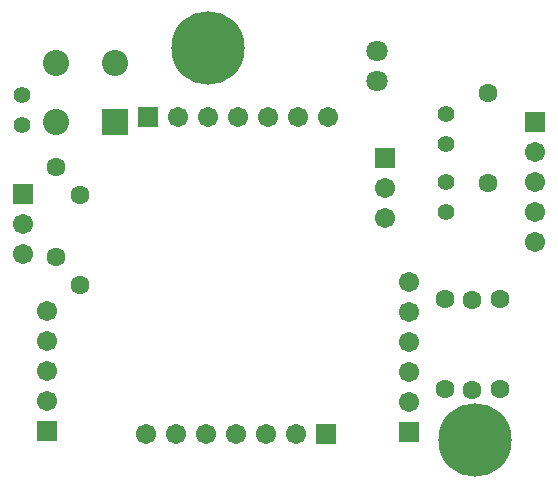
<source format=gbs>
%FSAX43Y43*%
%MOMM*%
G71*
G01*
G75*
G04 Layer_Color=16711935*
%ADD10O,2.000X1.000*%
%ADD11R,2.000X1.000*%
%ADD12R,1.000X2.000*%
%ADD13C,0.700*%
%ADD14C,0.254*%
%ADD15C,0.300*%
%ADD16R,2.000X2.000*%
%ADD17C,2.000*%
%ADD18C,1.500*%
%ADD19R,1.500X1.500*%
%ADD20R,1.500X1.500*%
%ADD21C,1.200*%
%ADD22C,1.400*%
%ADD23C,1.600*%
%ADD24C,6.000*%
%ADD25C,0.200*%
%ADD26C,0.127*%
%ADD27R,2.203X2.203*%
%ADD28C,2.203*%
%ADD29C,1.703*%
%ADD30R,1.703X1.703*%
%ADD31R,1.703X1.703*%
%ADD32C,1.403*%
%ADD33C,1.603*%
%ADD34C,1.803*%
%ADD35C,6.203*%
D27*
X0043989Y0067771D02*
D03*
D28*
Y0072771D02*
D03*
X0038989Y0067771D02*
D03*
Y0072771D02*
D03*
D29*
X0061976Y0068199D02*
D03*
X0059436D02*
D03*
X0056896D02*
D03*
X0054356D02*
D03*
X0049276D02*
D03*
X0051816D02*
D03*
X0066802Y0062230D02*
D03*
Y0059690D02*
D03*
X0036195Y0059182D02*
D03*
Y0056642D02*
D03*
X0079502Y0057658D02*
D03*
Y0060198D02*
D03*
Y0062738D02*
D03*
Y0065278D02*
D03*
X0068834Y0044069D02*
D03*
Y0046609D02*
D03*
Y0049149D02*
D03*
Y0051689D02*
D03*
Y0054229D02*
D03*
X0046609Y0041402D02*
D03*
X0049149D02*
D03*
X0051689D02*
D03*
X0054229D02*
D03*
X0059309D02*
D03*
X0056769D02*
D03*
X0038227Y0051816D02*
D03*
Y0049276D02*
D03*
Y0046736D02*
D03*
Y0044196D02*
D03*
D30*
X0046736Y0068199D02*
D03*
X0061849Y0041402D02*
D03*
D31*
X0066802Y0064770D02*
D03*
X0036195Y0061722D02*
D03*
X0079502Y0067818D02*
D03*
X0068834Y0041529D02*
D03*
X0038227Y0041656D02*
D03*
D32*
X0072009Y0065913D02*
D03*
Y0068453D02*
D03*
X0036068Y0070104D02*
D03*
Y0067564D02*
D03*
X0072009Y0062738D02*
D03*
Y0060198D02*
D03*
D33*
X0041021Y0061595D02*
D03*
Y0053975D02*
D03*
X0038989Y0064008D02*
D03*
Y0056388D02*
D03*
X0075565Y0062611D02*
D03*
Y0070231D02*
D03*
X0076581Y0045212D02*
D03*
Y0052832D02*
D03*
X0074168Y0052705D02*
D03*
Y0045085D02*
D03*
X0071882Y0045212D02*
D03*
Y0052832D02*
D03*
D34*
X0066167Y0073787D02*
D03*
Y0071247D02*
D03*
D35*
X0074422Y0040894D02*
D03*
X0051816Y0074041D02*
D03*
M02*

</source>
